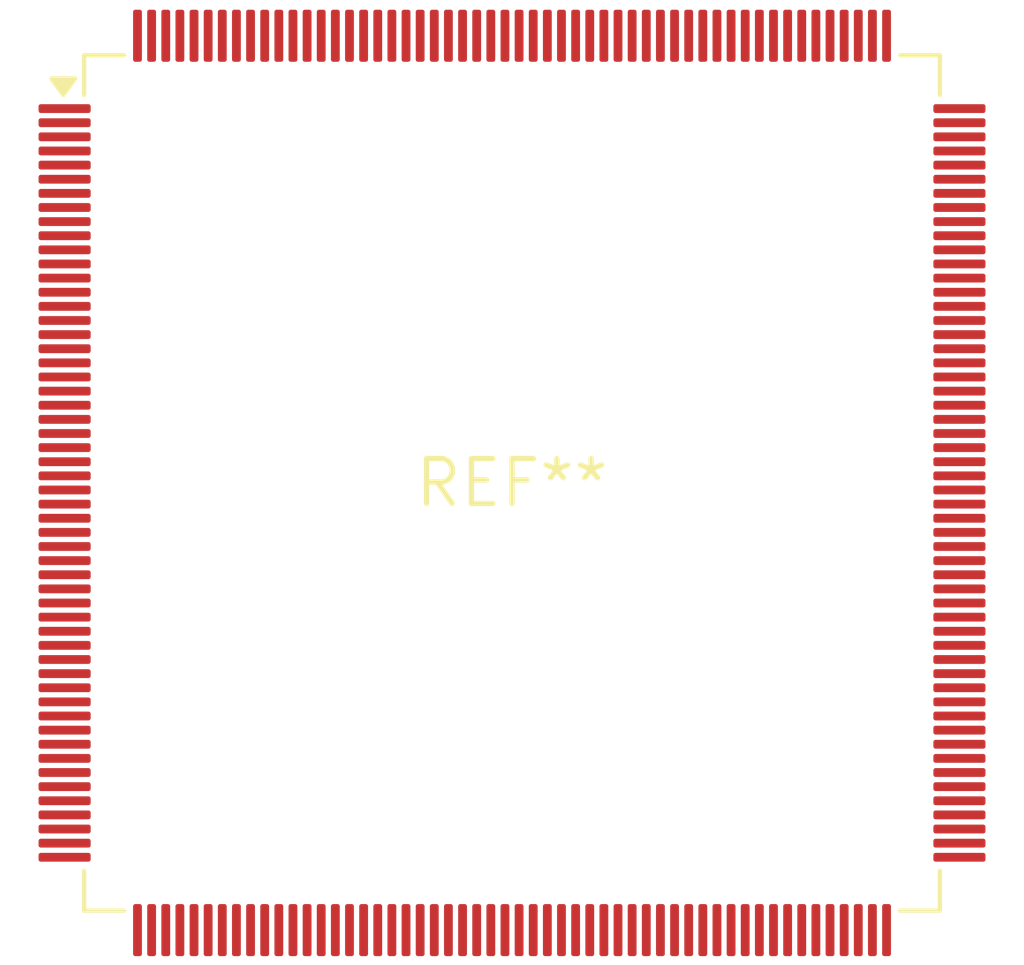
<source format=kicad_pcb>
(kicad_pcb (version 20240108) (generator pcbnew)
  (layers (0 "F.Cu" signal) (31 "B.Cu" signal) (34 "B.Paste" user) (35 "F.Paste" user) (36 "B.SilkS" user "B.Silkscreen") (37 "F.SilkS" user "F.Silkscreen") (38 "B.Mask" user) (39 "F.Mask" user) (44 "Edge.Cuts" user))
  (net 0 "")
  (footprint "LQFP-216_24x24mm_P0.4mm" (layer "F.Cu") (at 0 0)
    (property "Reference" "REF**")
    (property "Value" "LQFP-216_24x24mm_P0.4mm")
    (fp_line (start -12.11 -12.11) (end -12.11 -10.985) (layer "F.SilkS") (stroke (width 0.12)))
    (fp_line (start -12.11 12.11) (end -12.11 10.985) (layer "F.SilkS") (stroke (width 0.12)))
    (fp_line (start -10.985 -12.11) (end -12.11 -12.11) (layer "F.SilkS") (stroke (width 0.12)))
    (fp_line (start -10.985 12.11) (end -12.11 12.11) (layer "F.SilkS") (stroke (width 0.12)))
    (fp_line (start 10.985 -12.11) (end 12.11 -12.11) (layer "F.SilkS") (stroke (width 0.12)))
    (fp_line (start 10.985 12.11) (end 12.11 12.11) (layer "F.SilkS") (stroke (width 0.12)))
    (fp_line (start 12.11 -12.11) (end 12.11 -10.985) (layer "F.SilkS") (stroke (width 0.12)))
    (fp_line (start 12.11 12.11) (end 12.11 10.985) (layer "F.SilkS") (stroke (width 0.12)))
    (fp_poly (pts (xy -12.7 -10.985) (xy -13.04 -11.455) (xy -12.36 -11.455) (xy -12.7 -10.985)) (layer "F.SilkS") (stroke (width 0.12)) (fill solid))
    (pad "1" smd roundrect (at -12.6625 -10.6) (size 1.475 0.25) (layers "F.Cu" "F.Paste" "F.Mask"))
    (pad "2" smd roundrect (at -12.6625 -10.2) (size 1.475 0.25) (layers "F.Cu" "F.Paste" "F.Mask"))
    (pad "3" smd roundrect (at -12.6625 -9.8) (size 1.475 0.25) (layers "F.Cu" "F.Paste" "F.Mask"))
    (pad "4" smd roundrect (at -12.6625 -9.4) (size 1.475 0.25) (layers "F.Cu" "F.Paste" "F.Mask"))
    (pad "5" smd roundrect (at -12.6625 -9) (size 1.475 0.25) (layers "F.Cu" "F.Paste" "F.Mask"))
    (pad "6" smd roundrect (at -12.6625 -8.6) (size 1.475 0.25) (layers "F.Cu" "F.Paste" "F.Mask"))
    (pad "7" smd roundrect (at -12.6625 -8.2) (size 1.475 0.25) (layers "F.Cu" "F.Paste" "F.Mask"))
    (pad "8" smd roundrect (at -12.6625 -7.8) (size 1.475 0.25) (layers "F.Cu" "F.Paste" "F.Mask"))
    (pad "9" smd roundrect (at -12.6625 -7.4) (size 1.475 0.25) (layers "F.Cu" "F.Paste" "F.Mask"))
    (pad "10" smd roundrect (at -12.6625 -7) (size 1.475 0.25) (layers "F.Cu" "F.Paste" "F.Mask"))
    (pad "11" smd roundrect (at -12.6625 -6.6) (size 1.475 0.25) (layers "F.Cu" "F.Paste" "F.Mask"))
    (pad "12" smd roundrect (at -12.6625 -6.2) (size 1.475 0.25) (layers "F.Cu" "F.Paste" "F.Mask"))
    (pad "13" smd roundrect (at -12.6625 -5.8) (size 1.475 0.25) (layers "F.Cu" "F.Paste" "F.Mask"))
    (pad "14" smd roundrect (at -12.6625 -5.4) (size 1.475 0.25) (layers "F.Cu" "F.Paste" "F.Mask"))
    (pad "15" smd roundrect (at -12.6625 -5) (size 1.475 0.25) (layers "F.Cu" "F.Paste" "F.Mask"))
    (pad "16" smd roundrect (at -12.6625 -4.6) (size 1.475 0.25) (layers "F.Cu" "F.Paste" "F.Mask"))
    (pad "17" smd roundrect (at -12.6625 -4.2) (size 1.475 0.25) (layers "F.Cu" "F.Paste" "F.Mask"))
    (pad "18" smd roundrect (at -12.6625 -3.8) (size 1.475 0.25) (layers "F.Cu" "F.Paste" "F.Mask"))
    (pad "19" smd roundrect (at -12.6625 -3.4) (size 1.475 0.25) (layers "F.Cu" "F.Paste" "F.Mask"))
    (pad "20" smd roundrect (at -12.6625 -3) (size 1.475 0.25) (layers "F.Cu" "F.Paste" "F.Mask"))
    (pad "21" smd roundrect (at -12.6625 -2.6) (size 1.475 0.25) (layers "F.Cu" "F.Paste" "F.Mask"))
    (pad "22" smd roundrect (at -12.6625 -2.2) (size 1.475 0.25) (layers "F.Cu" "F.Paste" "F.Mask"))
    (pad "23" smd roundrect (at -12.6625 -1.8) (size 1.475 0.25) (layers "F.Cu" "F.Paste" "F.Mask"))
    (pad "24" smd roundrect (at -12.6625 -1.4) (size 1.475 0.25) (layers "F.Cu" "F.Paste" "F.Mask"))
    (pad "25" smd roundrect (at -12.6625 -1) (size 1.475 0.25) (layers "F.Cu" "F.Paste" "F.Mask"))
    (pad "26" smd roundrect (at -12.6625 -0.6) (size 1.475 0.25) (layers "F.Cu" "F.Paste" "F.Mask"))
    (pad "27" smd roundrect (at -12.6625 -0.2) (size 1.475 0.25) (layers "F.Cu" "F.Paste" "F.Mask"))
    (pad "28" smd roundrect (at -12.6625 0.2) (size 1.475 0.25) (layers "F.Cu" "F.Paste" "F.Mask"))
    (pad "29" smd roundrect (at -12.6625 0.6) (size 1.475 0.25) (layers "F.Cu" "F.Paste" "F.Mask"))
    (pad "30" smd roundrect (at -12.6625 1) (size 1.475 0.25) (layers "F.Cu" "F.Paste" "F.Mask"))
    (pad "31" smd roundrect (at -12.6625 1.4) (size 1.475 0.25) (layers "F.Cu" "F.Paste" "F.Mask"))
    (pad "32" smd roundrect (at -12.6625 1.8) (size 1.475 0.25) (layers "F.Cu" "F.Paste" "F.Mask"))
    (pad "33" smd roundrect (at -12.6625 2.2) (size 1.475 0.25) (layers "F.Cu" "F.Paste" "F.Mask"))
    (pad "34" smd roundrect (at -12.6625 2.6) (size 1.475 0.25) (layers "F.Cu" "F.Paste" "F.Mask"))
    (pad "35" smd roundrect (at -12.6625 3) (size 1.475 0.25) (layers "F.Cu" "F.Paste" "F.Mask"))
    (pad "36" smd roundrect (at -12.6625 3.4) (size 1.475 0.25) (layers "F.Cu" "F.Paste" "F.Mask"))
    (pad "37" smd roundrect (at -12.6625 3.8) (size 1.475 0.25) (layers "F.Cu" "F.Paste" "F.Mask"))
    (pad "38" smd roundrect (at -12.6625 4.2) (size 1.475 0.25) (layers "F.Cu" "F.Paste" "F.Mask"))
    (pad "39" smd roundrect (at -12.6625 4.6) (size 1.475 0.25) (layers "F.Cu" "F.Paste" "F.Mask"))
    (pad "40" smd roundrect (at -12.6625 5) (size 1.475 0.25) (layers "F.Cu" "F.Paste" "F.Mask"))
    (pad "41" smd roundrect (at -12.6625 5.4) (size 1.475 0.25) (layers "F.Cu" "F.Paste" "F.Mask"))
    (pad "42" smd roundrect (at -12.6625 5.8) (size 1.475 0.25) (layers "F.Cu" "F.Paste" "F.Mask"))
    (pad "43" smd roundrect (at -12.6625 6.2) (size 1.475 0.25) (layers "F.Cu" "F.Paste" "F.Mask"))
    (pad "44" smd roundrect (at -12.6625 6.6) (size 1.475 0.25) (layers "F.Cu" "F.Paste" "F.Mask"))
    (pad "45" smd roundrect (at -12.6625 7) (size 1.475 0.25) (layers "F.Cu" "F.Paste" "F.Mask"))
    (pad "46" smd roundrect (at -12.6625 7.4) (size 1.475 0.25) (layers "F.Cu" "F.Paste" "F.Mask"))
    (pad "47" smd roundrect (at -12.6625 7.8) (size 1.475 0.25) (layers "F.Cu" "F.Paste" "F.Mask"))
    (pad "48" smd roundrect (at -12.6625 8.2) (size 1.475 0.25) (layers "F.Cu" "F.Paste" "F.Mask"))
    (pad "49" smd roundrect (at -12.6625 8.6) (size 1.475 0.25) (layers "F.Cu" "F.Paste" "F.Mask"))
    (pad "50" smd roundrect (at -12.6625 9) (size 1.475 0.25) (layers "F.Cu" "F.Paste" "F.Mask"))
    (pad "51" smd roundrect (at -12.6625 9.4) (size 1.475 0.25) (layers "F.Cu" "F.Paste" "F.Mask"))
    (pad "52" smd roundrect (at -12.6625 9.8) (size 1.475 0.25) (layers "F.Cu" "F.Paste" "F.Mask"))
    (pad "53" smd roundrect (at -12.6625 10.2) (size 1.475 0.25) (layers "F.Cu" "F.Paste" "F.Mask"))
    (pad "54" smd roundrect (at -12.6625 10.6) (size 1.475 0.25) (layers "F.Cu" "F.Paste" "F.Mask"))
    (pad "55" smd roundrect (at -10.6 12.6625) (size 0.25 1.475) (layers "F.Cu" "F.Paste" "F.Mask"))
    (pad "56" smd roundrect (at -10.2 12.6625) (size 0.25 1.475) (layers "F.Cu" "F.Paste" "F.Mask"))
    (pad "57" smd roundrect (at -9.8 12.6625) (size 0.25 1.475) (layers "F.Cu" "F.Paste" "F.Mask"))
    (pad "58" smd roundrect (at -9.4 12.6625) (size 0.25 1.475) (layers "F.Cu" "F.Paste" "F.Mask"))
    (pad "59" smd roundrect (at -9 12.6625) (size 0.25 1.475) (layers "F.Cu" "F.Paste" "F.Mask"))
    (pad "60" smd roundrect (at -8.6 12.6625) (size 0.25 1.475) (layers "F.Cu" "F.Paste" "F.Mask"))
    (pad "61" smd roundrect (at -8.2 12.6625) (size 0.25 1.475) (layers "F.Cu" "F.Paste" "F.Mask"))
    (pad "62" smd roundrect (at -7.8 12.6625) (size 0.25 1.475) (layers "F.Cu" "F.Paste" "F.Mask"))
    (pad "63" smd roundrect (at -7.4 12.6625) (size 0.25 1.475) (layers "F.Cu" "F.Paste" "F.Mask"))
    (pad "64" smd roundrect (at -7 12.6625) (size 0.25 1.475) (layers "F.Cu" "F.Paste" "F.Mask"))
    (pad "65" smd roundrect (at -6.6 12.6625) (size 0.25 1.475) (layers "F.Cu" "F.Paste" "F.Mask"))
    (pad "66" smd roundrect (at -6.2 12.6625) (size 0.25 1.475) (layers "F.Cu" "F.Paste" "F.Mask"))
    (pad "67" smd roundrect (at -5.8 12.6625) (size 0.25 1.475) (layers "F.Cu" "F.Paste" "F.Mask"))
    (pad "68" smd roundrect (at -5.4 12.6625) (size 0.25 1.475) (layers "F.Cu" "F.Paste" "F.Mask"))
    (pad "69" smd roundrect (at -5 12.6625) (size 0.25 1.475) (layers "F.Cu" "F.Paste" "F.Mask"))
    (pad "70" smd roundrect (at -4.6 12.6625) (size 0.25 1.475) (layers "F.Cu" "F.Paste" "F.Mask"))
    (pad "71" smd roundrect (at -4.2 12.6625) (size 0.25 1.475) (layers "F.Cu" "F.Paste" "F.Mask"))
    (pad "72" smd roundrect (at -3.8 12.6625) (size 0.25 1.475) (layers "F.Cu" "F.Paste" "F.Mask"))
    (pad "73" smd roundrect (at -3.4 12.6625) (size 0.25 1.475) (layers "F.Cu" "F.Paste" "F.Mask"))
    (pad "74" smd roundrect (at -3 12.6625) (size 0.25 1.475) (layers "F.Cu" "F.Paste" "F.Mask"))
    (pad "75" smd roundrect (at -2.6 12.6625) (size 0.25 1.475) (layers "F.Cu" "F.Paste" "F.Mask"))
    (pad "76" smd roundrect (at -2.2 12.6625) (size 0.25 1.475) (layers "F.Cu" "F.Paste" "F.Mask"))
    (pad "77" smd roundrect (at -1.8 12.6625) (size 0.25 1.475) (layers "F.Cu" "F.Paste" "F.Mask"))
    (pad "78" smd roundrect (at -1.4 12.6625) (size 0.25 1.475) (layers "F.Cu" "F.Paste" "F.Mask"))
    (pad "79" smd roundrect (at -1 12.6625) (size 0.25 1.475) (layers "F.Cu" "F.Paste" "F.Mask"))
    (pad "80" smd roundrect (at -0.6 12.6625) (size 0.25 1.475) (layers "F.Cu" "F.Paste" "F.Mask"))
    (pad "81" smd roundrect (at -0.2 12.6625) (size 0.25 1.475) (layers "F.Cu" "F.Paste" "F.Mask"))
    (pad "82" smd roundrect (at 0.2 12.6625) (size 0.25 1.475) (layers "F.Cu" "F.Paste" "F.Mask"))
    (pad "83" smd roundrect (at 0.6 12.6625) (size 0.25 1.475) (layers "F.Cu" "F.Paste" "F.Mask"))
    (pad "84" smd roundrect (at 1 12.6625) (size 0.25 1.475) (layers "F.Cu" "F.Paste" "F.Mask"))
    (pad "85" smd roundrect (at 1.4 12.6625) (size 0.25 1.475) (layers "F.Cu" "F.Paste" "F.Mask"))
    (pad "86" smd roundrect (at 1.8 12.6625) (size 0.25 1.475) (layers "F.Cu" "F.Paste" "F.Mask"))
    (pad "87" smd roundrect (at 2.2 12.6625) (size 0.25 1.475) (layers "F.Cu" "F.Paste" "F.Mask"))
    (pad "88" smd roundrect (at 2.6 12.6625) (size 0.25 1.475) (layers "F.Cu" "F.Paste" "F.Mask"))
    (pad "89" smd roundrect (at 3 12.6625) (size 0.25 1.475) (layers "F.Cu" "F.Paste" "F.Mask"))
    (pad "90" smd roundrect (at 3.4 12.6625) (size 0.25 1.475) (layers "F.Cu" "F.Paste" "F.Mask"))
    (pad "91" smd roundrect (at 3.8 12.6625) (size 0.25 1.475) (layers "F.Cu" "F.Paste" "F.Mask"))
    (pad "92" smd roundrect (at 4.2 12.6625) (size 0.25 1.475) (layers "F.Cu" "F.Paste" "F.Mask"))
    (pad "93" smd roundrect (at 4.6 12.6625) (size 0.25 1.475) (layers "F.Cu" "F.Paste" "F.Mask"))
    (pad "94" smd roundrect (at 5 12.6625) (size 0.25 1.475) (layers "F.Cu" "F.Paste" "F.Mask"))
    (pad "95" smd roundrect (at 5.4 12.6625) (size 0.25 1.475) (layers "F.Cu" "F.Paste" "F.Mask"))
    (pad "96" smd roundrect (at 5.8 12.6625) (size 0.25 1.475) (layers "F.Cu" "F.Paste" "F.Mask"))
    (pad "97" smd roundrect (at 6.2 12.6625) (size 0.25 1.475) (layers "F.Cu" "F.Paste" "F.Mask"))
    (pad "98" smd roundrect (at 6.6 12.6625) (size 0.25 1.475) (layers "F.Cu" "F.Paste" "F.Mask"))
    (pad "99" smd roundrect (at 7 12.6625) (size 0.25 1.475) (layers "F.Cu" "F.Paste" "F.Mask"))
    (pad "100" smd roundrect (at 7.4 12.6625) (size 0.25 1.475) (layers "F.Cu" "F.Paste" "F.Mask"))
    (pad "101" smd roundrect (at 7.8 12.6625) (size 0.25 1.475) (layers "F.Cu" "F.Paste" "F.Mask"))
    (pad "102" smd roundrect (at 8.2 12.6625) (size 0.25 1.475) (layers "F.Cu" "F.Paste" "F.Mask"))
    (pad "103" smd roundrect (at 8.6 12.6625) (size 0.25 1.475) (layers "F.Cu" "F.Paste" "F.Mask"))
    (pad "104" smd roundrect (at 9 12.6625) (size 0.25 1.475) (layers "F.Cu" "F.Paste" "F.Mask"))
    (pad "105" smd roundrect (at 9.4 12.6625) (size 0.25 1.475) (layers "F.Cu" "F.Paste" "F.Mask"))
    (pad "106" smd roundrect (at 9.8 12.6625) (size 0.25 1.475) (layers "F.Cu" "F.Paste" "F.Mask"))
    (pad "107" smd roundrect (at 10.2 12.6625) (size 0.25 1.475) (layers "F.Cu" "F.Paste" "F.Mask"))
    (pad "108" smd roundrect (at 10.6 12.6625) (size 0.25 1.475) (layers "F.Cu" "F.Paste" "F.Mask"))
    (pad "109" smd roundrect (at 12.6625 10.6) (size 1.475 0.25) (layers "F.Cu" "F.Paste" "F.Mask"))
    (pad "110" smd roundrect (at 12.6625 10.2) (size 1.475 0.25) (layers "F.Cu" "F.Paste" "F.Mask"))
    (pad "111" smd roundrect (at 12.6625 9.8) (size 1.475 0.25) (layers "F.Cu" "F.Paste" "F.Mask"))
    (pad "112" smd roundrect (at 12.6625 9.4) (size 1.475 0.25) (layers "F.Cu" "F.Paste" "F.Mask"))
    (pad "113" smd roundrect (at 12.6625 9) (size 1.475 0.25) (layers "F.Cu" "F.Paste" "F.Mask"))
    (pad "114" smd roundrect (at 12.6625 8.6) (size 1.475 0.25) (layers "F.Cu" "F.Paste" "F.Mask"))
    (pad "115" smd roundrect (at 12.6625 8.2) (size 1.475 0.25) (layers "F.Cu" "F.Paste" "F.Mask"))
    (pad "116" smd roundrect (at 12.6625 7.8) (size 1.475 0.25) (layers "F.Cu" "F.Paste" "F.Mask"))
    (pad "117" smd roundrect (at 12.6625 7.4) (size 1.475 0.25) (layers "F.Cu" "F.Paste" "F.Mask"))
    (pad "118" smd roundrect (at 12.6625 7) (size 1.475 0.25) (layers "F.Cu" "F.Paste" "F.Mask"))
    (pad "119" smd roundrect (at 12.6625 6.6) (size 1.475 0.25) (layers "F.Cu" "F.Paste" "F.Mask"))
    (pad "120" smd roundrect (at 12.6625 6.2) (size 1.475 0.25) (layers "F.Cu" "F.Paste" "F.Mask"))
    (pad "121" smd roundrect (at 12.6625 5.8) (size 1.475 0.25) (layers "F.Cu" "F.Paste" "F.Mask"))
    (pad "122" smd roundrect (at 12.6625 5.4) (size 1.475 0.25) (layers "F.Cu" "F.Paste" "F.Mask"))
    (pad "123" smd roundrect (at 12.6625 5) (size 1.475 0.25) (layers "F.Cu" "F.Paste" "F.Mask"))
    (pad "124" smd roundrect (at 12.6625 4.6) (size 1.475 0.25) (layers "F.Cu" "F.Paste" "F.Mask"))
    (pad "125" smd roundrect (at 12.6625 4.2) (size 1.475 0.25) (layers "F.Cu" "F.Paste" "F.Mask"))
    (pad "126" smd roundrect (at 12.6625 3.8) (size 1.475 0.25) (layers "F.Cu" "F.Paste" "F.Mask"))
    (pad "127" smd roundrect (at 12.6625 3.4) (size 1.475 0.25) (layers "F.Cu" "F.Paste" "F.Mask"))
    (pad "128" smd roundrect (at 12.6625 3) (size 1.475 0.25) (layers "F.Cu" "F.Paste" "F.Mask"))
    (pad "129" smd roundrect (at 12.6625 2.6) (size 1.475 0.25) (layers "F.Cu" "F.Paste" "F.Mask"))
    (pad "130" smd roundrect (at 12.6625 2.2) (size 1.475 0.25) (layers "F.Cu" "F.Paste" "F.Mask"))
    (pad "131" smd roundrect (at 12.6625 1.8) (size 1.475 0.25) (layers "F.Cu" "F.Paste" "F.Mask"))
    (pad "132" smd roundrect (at 12.6625 1.4) (size 1.475 0.25) (layers "F.Cu" "F.Paste" "F.Mask"))
    (pad "133" smd roundrect (at 12.6625 1) (size 1.475 0.25) (layers "F.Cu" "F.Paste" "F.Mask"))
    (pad "134" smd roundrect (at 12.6625 0.6) (size 1.475 0.25) (layers "F.Cu" "F.Paste" "F.Mask"))
    (pad "135" smd roundrect (at 12.6625 0.2) (size 1.475 0.25) (layers "F.Cu" "F.Paste" "F.Mask"))
    (pad "136" smd roundrect (at 12.6625 -0.2) (size 1.475 0.25) (layers "F.Cu" "F.Paste" "F.Mask"))
    (pad "137" smd roundrect (at 12.6625 -0.6) (size 1.475 0.25) (layers "F.Cu" "F.Paste" "F.Mask"))
    (pad "138" smd roundrect (at 12.6625 -1) (size 1.475 0.25) (layers "F.Cu" "F.Paste" "F.Mask"))
    (pad "139" smd roundrect (at 12.6625 -1.4) (size 1.475 0.25) (layers "F.Cu" "F.Paste" "F.Mask"))
    (pad "140" smd roundrect (at 12.6625 -1.8) (size 1.475 0.25) (layers "F.Cu" "F.Paste" "F.Mask"))
    (pad "141" smd roundrect (at 12.6625 -2.2) (size 1.475 0.25) (layers "F.Cu" "F.Paste" "F.Mask"))
    (pad "142" smd roundrect (at 12.6625 -2.6) (size 1.475 0.25) (layers "F.Cu" "F.Paste" "F.Mask"))
    (pad "143" smd roundrect (at 12.6625 -3) (size 1.475 0.25) (layers "F.Cu" "F.Paste" "F.Mask"))
    (pad "144" smd roundrect (at 12.6625 -3.4) (size 1.475 0.25) (layers "F.Cu" "F.Paste" "F.Mask"))
    (pad "145" smd roundrect (at 12.6625 -3.8) (size 1.475 0.25) (layers "F.Cu" "F.Paste" "F.Mask"))
    (pad "146" smd roundrect (at 12.6625 -4.2) (size 1.475 0.25) (layers "F.Cu" "F.Paste" "F.Mask"))
    (pad "147" smd roundrect (at 12.6625 -4.6) (size 1.475 0.25) (layers "F.Cu" "F.Paste" "F.Mask"))
    (pad "148" smd roundrect (at 12.6625 -5) (size 1.475 0.25) (layers "F.Cu" "F.Paste" "F.Mask"))
    (pad "149" smd roundrect (at 12.6625 -5.4) (size 1.475 0.25) (layers "F.Cu" "F.Paste" "F.Mask"))
    (pad "150" smd roundrect (at 12.6625 -5.8) (size 1.475 0.25) (layers "F.Cu" "F.Paste" "F.Mask"))
    (pad "151" smd roundrect (at 12.6625 -6.2) (size 1.475 0.25) (layers "F.Cu" "F.Paste" "F.Mask"))
    (pad "152" smd roundrect (at 12.6625 -6.6) (size 1.475 0.25) (layers "F.Cu" "F.Paste" "F.Mask"))
    (pad "153" smd roundrect (at 12.6625 -7) (size 1.475 0.25) (layers "F.Cu" "F.Paste" "F.Mask"))
    (pad "154" smd roundrect (at 12.6625 -7.4) (size 1.475 0.25) (layers "F.Cu" "F.Paste" "F.Mask"))
    (pad "155" smd roundrect (at 12.6625 -7.8) (size 1.475 0.25) (layers "F.Cu" "F.Paste" "F.Mask"))
    (pad "156" smd roundrect (at 12.6625 -8.2) (size 1.475 0.25) (layers "F.Cu" "F.Paste" "F.Mask"))
    (pad "157" smd roundrect (at 12.6625 -8.6) (size 1.475 0.25) (layers "F.Cu" "F.Paste" "F.Mask"))
    (pad "158" smd roundrect (at 12.6625 -9) (size 1.475 0.25) (layers "F.Cu" "F.Paste" "F.Mask"))
    (pad "159" smd roundrect (at 12.6625 -9.4) (size 1.475 0.25) (layers "F.Cu" "F.Paste" "F.Mask"))
    (pad "160" smd roundrect (at 12.6625 -9.8) (size 1.475 0.25) (layers "F.Cu" "F.Paste" "F.Mask"))
    (pad "161" smd roundrect (at 12.6625 -10.2) (size 1.475 0.25) (layers "F.Cu" "F.Paste" "F.Mask"))
    (pad "162" smd roundrect (at 12.6625 -10.6) (size 1.475 0.25) (layers "F.Cu" "F.Paste" "F.Mask"))
    (pad "163" smd roundrect (at 10.6 -12.6625) (size 0.25 1.475) (layers "F.Cu" "F.Paste" "F.Mask"))
    (pad "164" smd roundrect (at 10.2 -12.6625) (size 0.25 1.475) (layers "F.Cu" "F.Paste" "F.Mask"))
    (pad "165" smd roundrect (at 9.8 -12.6625) (size 0.25 1.475) (layers "F.Cu" "F.Paste" "F.Mask"))
    (pad "166" smd roundrect (at 9.4 -12.6625) (size 0.25 1.475) (layers "F.Cu" "F.Paste" "F.Mask"))
    (pad "167" smd roundrect (at 9 -12.6625) (size 0.25 1.475) (layers "F.Cu" "F.Paste" "F.Mask"))
    (pad "168" smd roundrect (at 8.6 -12.6625) (size 0.25 1.475) (layers "F.Cu" "F.Paste" "F.Mask"))
    (pad "169" smd roundrect (at 8.2 -12.6625) (size 0.25 1.475) (layers "F.Cu" "F.Paste" "F.Mask"))
    (pad "170" smd roundrect (at 7.8 -12.6625) (size 0.25 1.475) (layers "F.Cu" "F.Paste" "F.Mask"))
    (pad "171" smd roundrect (at 7.4 -12.6625) (size 0.25 1.475) (layers "F.Cu" "F.Paste" "F.Mask"))
    (pad "172" smd roundrect (at 7 -12.6625) (size 0.25 1.475) (layers "F.Cu" "F.Paste" "F.Mask"))
    (pad "173" smd roundrect (at 6.6 -12.6625) (size 0.25 1.475) (layers "F.Cu" "F.Paste" "F.Mask"))
    (pad "174" smd roundrect (at 6.2 -12.6625) (size 0.25 1.475) (layers "F.Cu" "F.Paste" "F.Mask"))
    (pad "175" smd roundrect (at 5.8 -12.6625) (size 0.25 1.475) (layers "F.Cu" "F.Paste" "F.Mask"))
    (pad "176" smd roundrect (at 5.4 -12.6625) (size 0.25 1.475) (layers "F.Cu" "F.Paste" "F.Mask"))
    (pad "177" smd roundrect (at 5 -12.6625) (size 0.25 1.475) (layers "F.Cu" "F.Paste" "F.Mask"))
    (pad "178" smd roundrect (at 4.6 -12.6625) (size 0.25 1.475) (layers "F.Cu" "F.Paste" "F.Mask"))
    (pad "179" smd roundrect (at 4.2 -12.6625) (size 0.25 1.475) (layers "F.Cu" "F.Paste" "F.Mask"))
    (pad "180" smd roundrect (at 3.8 -12.6625) (size 0.25 1.475) (layers "F.Cu" "F.Paste" "F.Mask"))
    (pad "181" smd roundrect (at 3.4 -12.6625) (size 0.25 1.475) (layers "F.Cu" "F.Paste" "F.Mask"))
    (pad "182" smd roundrect (at 3 -12.6625) (size 0.25 1.475) (layers "F.Cu" "F.Paste" "F.Mask"))
    (pad "183" smd roundrect (at 2.6 -12.6625) (size 0.25 1.475) (layers "F.Cu" "F.Paste" "F.Mask"))
    (pad "184" smd roundrect (at 2.2 -12.6625) (size 0.25 1.475) (layers "F.Cu" "F.Paste" "F.Mask"))
    (pad "185" smd roundrect (at 1.8 -12.6625) (size 0.25 1.475) (layers "F.Cu" "F.Paste" "F.Mask"))
    (pad "186" smd roundrect (at 1.4 -12.6625) (size 0.25 1.475) (layers "F.Cu" "F.Paste" "F.Mask"))
    (pad "187" smd roundrect (at 1 -12.6625) (size 0.25 1.475) (layers "F.Cu" "F.Paste" "F.Mask"))
    (pad "188" smd roundrect (at 0.6 -12.6625) (size 0.25 1.475) (layers "F.Cu" "F.Paste" "F.Mask"))
    (pad "189" smd roundrect (at 0.2 -12.6625) (size 0.25 1.475) (layers "F.Cu" "F.Paste" "F.Mask"))
    (pad "190" smd roundrect (at -0.2 -12.6625) (size 0.25 1.475) (layers "F.Cu" "F.Paste" "F.Mask"))
    (pad "191" smd roundrect (at -0.6 -12.6625) (size 0.25 1.475) (layers "F.Cu" "F.Paste" "F.Mask"))
    (pad "192" smd roundrect (at -1 -12.6625) (size 0.25 1.475) (layers "F.Cu" "F.Paste" "F.Mask"))
    (pad "193" smd roundrect (at -1.4 -12.6625) (size 0.25 1.475) (layers "F.Cu" "F.Paste" "F.Mask"))
    (pad "194" smd roundrect (at -1.8 -12.6625) (size 0.25 1.475) (layers "F.Cu" "F.Paste" "F.Mask"))
    (pad "195" smd roundrect (at -2.2 -12.6625) (size 0.25 1.475) (layers "F.Cu" "F.Paste" "F.Mask"))
    (pad "196" smd roundrect (at -2.6 -12.6625) (size 0.25 1.475) (layers "F.Cu" "F.Paste" "F.Mask"))
    (pad "197" smd roundrect (at -3 -12.6625) (size 0.25 1.475) (layers "F.Cu" "F.Paste" "F.Mask"))
    (pad "198" smd roundrect (at -3.4 -12.6625) (size 0.25 1.475) (layers "F.Cu" "F.Paste" "F.Mask"))
    (pad "199" smd roundrect (at -3.8 -12.6625) (size 0.25 1.475) (layers "F.Cu" "F.Paste" "F.Mask"))
    (pad "200" smd roundrect (at -4.2 -12.6625) (size 0.25 1.475) (layers "F.Cu" "F.Paste" "F.Mask"))
    (pad "201" smd roundrect (at -4.6 -12.6625) (size 0.25 1.475) (layers "F.Cu" "F.Paste" "F.Mask"))
    (pad "202" smd roundrect (at -5 -12.6625) (size 0.25 1.475) (layers "F.Cu" "F.Paste" "F.Mask"))
    (pad "203" smd roundrect (at -5.4 -12.6625) (size 0.25 1.475) (layers "F.Cu" "F.Paste" "F.Mask"))
    (pad "204" smd roundrect (at -5.8 -12.6625) (size 0.25 1.475) (layers "F.Cu" "F.Paste" "F.Mask"))
    (pad "205" smd roundrect (at -6.2 -12.6625) (size 0.25 1.475) (layers "F.Cu" "F.Paste" "F.Mask"))
    (pad "206" smd roundrect (at -6.6 -12.6625) (size 0.25 1.475) (layers "F.Cu" "F.Paste" "F.Mask"))
    (pad "207" smd roundrect (at -7 -12.6625) (size 0.25 1.475) (layers "F.Cu" "F.Paste" "F.Mask"))
    (pad "208" smd roundrect (at -7.4 -12.6625) (size 0.25 1.475) (layers "F.Cu" "F.Paste" "F.Mask"))
    (pad "209" smd roundrect (at -7.8 -12.6625) (size 0.25 1.475) (layers "F.Cu" "F.Paste" "F.Mask"))
    (pad "210" smd roundrect (at -8.2 -12.6625) (size 0.25 1.475) (layers "F.Cu" "F.Paste" "F.Mask"))
    (pad "211" smd roundrect (at -8.6 -12.6625) (size 0.25 1.475) (layers "F.Cu" "F.Paste" "F.Mask"))
    (pad "212" smd roundrect (at -9 -12.6625) (size 0.25 1.475) (layers "F.Cu" "F.Paste" "F.Mask"))
    (pad "213" smd roundrect (at -9.4 -12.6625) (size 0.25 1.475) (layers "F.Cu" "F.Paste" "F.Mask"))
    (pad "214" smd roundrect (at -9.8 -12.6625) (size 0.25 1.475) (layers "F.Cu" "F.Paste" "F.Mask"))
    (pad "215" smd roundrect (at -10.2 -12.6625) (size 0.25 1.475) (layers "F.Cu" "F.Paste" "F.Mask"))
    (pad "216" smd roundrect (at -10.6 -12.6625) (size 0.25 1.475) (layers "F.Cu" "F.Paste" "F.Mask"))
  )
)
</source>
